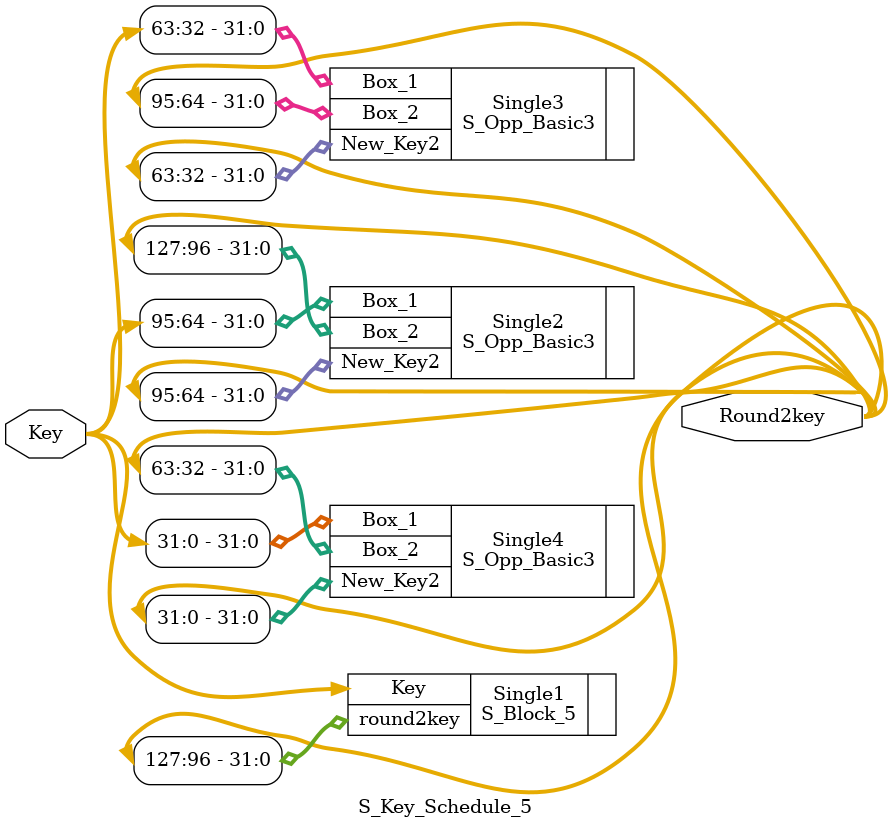
<source format=v>
module S_Key_Schedule_5(Key,Round2key);
  input [127:0]Key;
  output [127:0]Round2key;
  
S_Block_5 Single1 (
                    .Key(Key),                              
                    .round2key(Round2key[127:96])
                   );


S_Opp_Basic3 Single2 (
                       .Box_1(Key[95:64]), 
                       .Box_2(Round2key[127:96]), 
                       .New_Key2(Round2key[95:64])
                       );


S_Opp_Basic3 Single3 (
                        .Box_1(Key[63:32]), 
                        .Box_2(Round2key[95:64]), 
                        .New_Key2(Round2key[63:32])
                      );


S_Opp_Basic3 Single4 (
                       .Box_1(Key[31:0]), 
                       .Box_2(Round2key[63:32]), 
                       .New_Key2(Round2key[31:0])
                       );

endmodule


</source>
